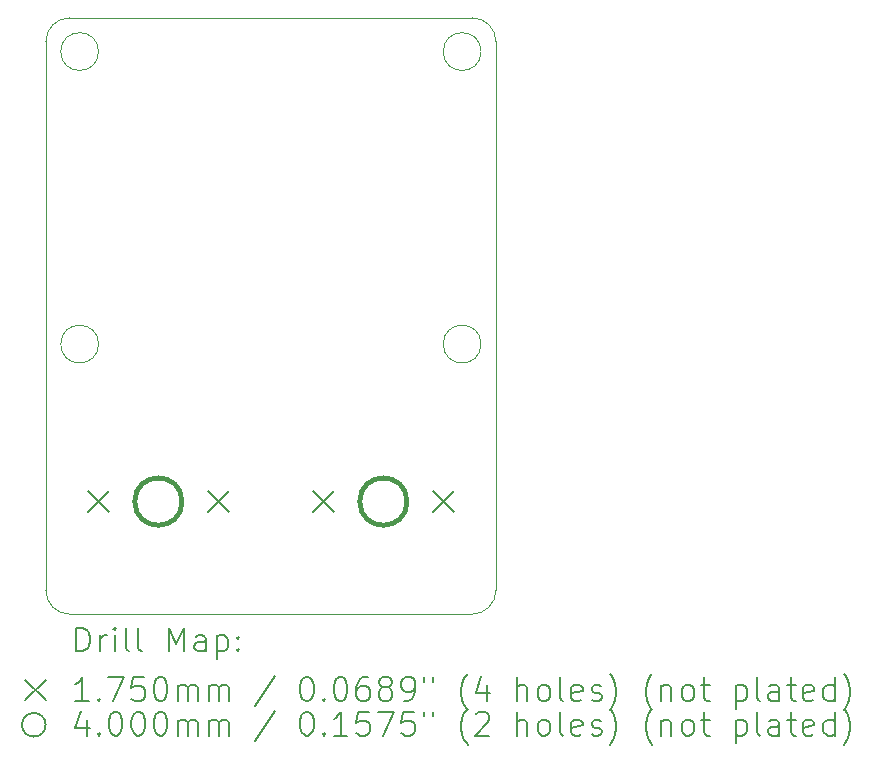
<source format=gbr>
%TF.GenerationSoftware,KiCad,Pcbnew,8.0.7*%
%TF.CreationDate,2024-12-28T18:40:59+08:00*%
%TF.ProjectId,macroknob,6d616372-6f6b-46e6-9f62-2e6b69636164,rev?*%
%TF.SameCoordinates,Original*%
%TF.FileFunction,Drillmap*%
%TF.FilePolarity,Positive*%
%FSLAX45Y45*%
G04 Gerber Fmt 4.5, Leading zero omitted, Abs format (unit mm)*
G04 Created by KiCad (PCBNEW 8.0.7) date 2024-12-28 18:40:59*
%MOMM*%
%LPD*%
G01*
G04 APERTURE LIST*
%ADD10C,0.050000*%
%ADD11C,0.200000*%
%ADD12C,0.175000*%
%ADD13C,0.400000*%
G04 APERTURE END LIST*
D10*
X10034250Y-2413000D02*
G75*
G02*
X9714250Y-2413000I-160000J0D01*
G01*
X9714250Y-2413000D02*
G75*
G02*
X10034250Y-2413000I160000J0D01*
G01*
X10034250Y-4889500D02*
G75*
G02*
X9714250Y-4889500I-160000J0D01*
G01*
X9714250Y-4889500D02*
G75*
G02*
X10034250Y-4889500I160000J0D01*
G01*
X13272750Y-4889500D02*
G75*
G02*
X12952750Y-4889500I-160000J0D01*
G01*
X12952750Y-4889500D02*
G75*
G02*
X13272750Y-4889500I160000J0D01*
G01*
X13272750Y-2413000D02*
G75*
G02*
X12952750Y-2413000I-160000J0D01*
G01*
X12952750Y-2413000D02*
G75*
G02*
X13272750Y-2413000I160000J0D01*
G01*
X13398500Y-6975500D02*
G75*
G02*
X13198500Y-7175500I-200000J0D01*
G01*
X9788500Y-7175500D02*
G75*
G02*
X9588500Y-6975500I0J200000D01*
G01*
X13198500Y-2127250D02*
G75*
G02*
X13398500Y-2327250I0J-200000D01*
G01*
X9588500Y-2327250D02*
G75*
G02*
X9788500Y-2127250I200000J0D01*
G01*
X13398500Y-2327250D02*
X13398500Y-6975500D01*
X13198500Y-7175500D02*
X9788500Y-7175500D01*
X9588500Y-6975500D02*
X9588500Y-2327250D01*
X9788500Y-2127250D02*
X13198500Y-2127250D01*
D11*
D12*
X9945500Y-6135500D02*
X10120500Y-6310500D01*
X10120500Y-6135500D02*
X9945500Y-6310500D01*
X10961500Y-6135500D02*
X11136500Y-6310500D01*
X11136500Y-6135500D02*
X10961500Y-6310500D01*
X11850500Y-6135500D02*
X12025500Y-6310500D01*
X12025500Y-6135500D02*
X11850500Y-6310500D01*
X12866500Y-6135500D02*
X13041500Y-6310500D01*
X13041500Y-6135500D02*
X12866500Y-6310500D01*
D13*
X10741000Y-6223000D02*
G75*
G02*
X10341000Y-6223000I-200000J0D01*
G01*
X10341000Y-6223000D02*
G75*
G02*
X10741000Y-6223000I200000J0D01*
G01*
X12646000Y-6223000D02*
G75*
G02*
X12246000Y-6223000I-200000J0D01*
G01*
X12246000Y-6223000D02*
G75*
G02*
X12646000Y-6223000I200000J0D01*
G01*
D11*
X9846777Y-7489484D02*
X9846777Y-7289484D01*
X9846777Y-7289484D02*
X9894396Y-7289484D01*
X9894396Y-7289484D02*
X9922967Y-7299008D01*
X9922967Y-7299008D02*
X9942015Y-7318055D01*
X9942015Y-7318055D02*
X9951539Y-7337103D01*
X9951539Y-7337103D02*
X9961063Y-7375198D01*
X9961063Y-7375198D02*
X9961063Y-7403769D01*
X9961063Y-7403769D02*
X9951539Y-7441865D01*
X9951539Y-7441865D02*
X9942015Y-7460912D01*
X9942015Y-7460912D02*
X9922967Y-7479960D01*
X9922967Y-7479960D02*
X9894396Y-7489484D01*
X9894396Y-7489484D02*
X9846777Y-7489484D01*
X10046777Y-7489484D02*
X10046777Y-7356150D01*
X10046777Y-7394246D02*
X10056301Y-7375198D01*
X10056301Y-7375198D02*
X10065824Y-7365674D01*
X10065824Y-7365674D02*
X10084872Y-7356150D01*
X10084872Y-7356150D02*
X10103920Y-7356150D01*
X10170586Y-7489484D02*
X10170586Y-7356150D01*
X10170586Y-7289484D02*
X10161063Y-7299008D01*
X10161063Y-7299008D02*
X10170586Y-7308531D01*
X10170586Y-7308531D02*
X10180110Y-7299008D01*
X10180110Y-7299008D02*
X10170586Y-7289484D01*
X10170586Y-7289484D02*
X10170586Y-7308531D01*
X10294396Y-7489484D02*
X10275348Y-7479960D01*
X10275348Y-7479960D02*
X10265824Y-7460912D01*
X10265824Y-7460912D02*
X10265824Y-7289484D01*
X10399158Y-7489484D02*
X10380110Y-7479960D01*
X10380110Y-7479960D02*
X10370586Y-7460912D01*
X10370586Y-7460912D02*
X10370586Y-7289484D01*
X10627729Y-7489484D02*
X10627729Y-7289484D01*
X10627729Y-7289484D02*
X10694396Y-7432341D01*
X10694396Y-7432341D02*
X10761063Y-7289484D01*
X10761063Y-7289484D02*
X10761063Y-7489484D01*
X10942015Y-7489484D02*
X10942015Y-7384722D01*
X10942015Y-7384722D02*
X10932491Y-7365674D01*
X10932491Y-7365674D02*
X10913444Y-7356150D01*
X10913444Y-7356150D02*
X10875348Y-7356150D01*
X10875348Y-7356150D02*
X10856301Y-7365674D01*
X10942015Y-7479960D02*
X10922967Y-7489484D01*
X10922967Y-7489484D02*
X10875348Y-7489484D01*
X10875348Y-7489484D02*
X10856301Y-7479960D01*
X10856301Y-7479960D02*
X10846777Y-7460912D01*
X10846777Y-7460912D02*
X10846777Y-7441865D01*
X10846777Y-7441865D02*
X10856301Y-7422817D01*
X10856301Y-7422817D02*
X10875348Y-7413293D01*
X10875348Y-7413293D02*
X10922967Y-7413293D01*
X10922967Y-7413293D02*
X10942015Y-7403769D01*
X11037253Y-7356150D02*
X11037253Y-7556150D01*
X11037253Y-7365674D02*
X11056301Y-7356150D01*
X11056301Y-7356150D02*
X11094396Y-7356150D01*
X11094396Y-7356150D02*
X11113444Y-7365674D01*
X11113444Y-7365674D02*
X11122967Y-7375198D01*
X11122967Y-7375198D02*
X11132491Y-7394246D01*
X11132491Y-7394246D02*
X11132491Y-7451388D01*
X11132491Y-7451388D02*
X11122967Y-7470436D01*
X11122967Y-7470436D02*
X11113444Y-7479960D01*
X11113444Y-7479960D02*
X11094396Y-7489484D01*
X11094396Y-7489484D02*
X11056301Y-7489484D01*
X11056301Y-7489484D02*
X11037253Y-7479960D01*
X11218205Y-7470436D02*
X11227729Y-7479960D01*
X11227729Y-7479960D02*
X11218205Y-7489484D01*
X11218205Y-7489484D02*
X11208682Y-7479960D01*
X11208682Y-7479960D02*
X11218205Y-7470436D01*
X11218205Y-7470436D02*
X11218205Y-7489484D01*
X11218205Y-7365674D02*
X11227729Y-7375198D01*
X11227729Y-7375198D02*
X11218205Y-7384722D01*
X11218205Y-7384722D02*
X11208682Y-7375198D01*
X11208682Y-7375198D02*
X11218205Y-7365674D01*
X11218205Y-7365674D02*
X11218205Y-7384722D01*
D12*
X9411000Y-7730500D02*
X9586000Y-7905500D01*
X9586000Y-7730500D02*
X9411000Y-7905500D01*
D11*
X9951539Y-7909484D02*
X9837253Y-7909484D01*
X9894396Y-7909484D02*
X9894396Y-7709484D01*
X9894396Y-7709484D02*
X9875348Y-7738055D01*
X9875348Y-7738055D02*
X9856301Y-7757103D01*
X9856301Y-7757103D02*
X9837253Y-7766627D01*
X10037253Y-7890436D02*
X10046777Y-7899960D01*
X10046777Y-7899960D02*
X10037253Y-7909484D01*
X10037253Y-7909484D02*
X10027729Y-7899960D01*
X10027729Y-7899960D02*
X10037253Y-7890436D01*
X10037253Y-7890436D02*
X10037253Y-7909484D01*
X10113444Y-7709484D02*
X10246777Y-7709484D01*
X10246777Y-7709484D02*
X10161063Y-7909484D01*
X10418205Y-7709484D02*
X10322967Y-7709484D01*
X10322967Y-7709484D02*
X10313444Y-7804722D01*
X10313444Y-7804722D02*
X10322967Y-7795198D01*
X10322967Y-7795198D02*
X10342015Y-7785674D01*
X10342015Y-7785674D02*
X10389634Y-7785674D01*
X10389634Y-7785674D02*
X10408682Y-7795198D01*
X10408682Y-7795198D02*
X10418205Y-7804722D01*
X10418205Y-7804722D02*
X10427729Y-7823769D01*
X10427729Y-7823769D02*
X10427729Y-7871388D01*
X10427729Y-7871388D02*
X10418205Y-7890436D01*
X10418205Y-7890436D02*
X10408682Y-7899960D01*
X10408682Y-7899960D02*
X10389634Y-7909484D01*
X10389634Y-7909484D02*
X10342015Y-7909484D01*
X10342015Y-7909484D02*
X10322967Y-7899960D01*
X10322967Y-7899960D02*
X10313444Y-7890436D01*
X10551539Y-7709484D02*
X10570586Y-7709484D01*
X10570586Y-7709484D02*
X10589634Y-7719008D01*
X10589634Y-7719008D02*
X10599158Y-7728531D01*
X10599158Y-7728531D02*
X10608682Y-7747579D01*
X10608682Y-7747579D02*
X10618205Y-7785674D01*
X10618205Y-7785674D02*
X10618205Y-7833293D01*
X10618205Y-7833293D02*
X10608682Y-7871388D01*
X10608682Y-7871388D02*
X10599158Y-7890436D01*
X10599158Y-7890436D02*
X10589634Y-7899960D01*
X10589634Y-7899960D02*
X10570586Y-7909484D01*
X10570586Y-7909484D02*
X10551539Y-7909484D01*
X10551539Y-7909484D02*
X10532491Y-7899960D01*
X10532491Y-7899960D02*
X10522967Y-7890436D01*
X10522967Y-7890436D02*
X10513444Y-7871388D01*
X10513444Y-7871388D02*
X10503920Y-7833293D01*
X10503920Y-7833293D02*
X10503920Y-7785674D01*
X10503920Y-7785674D02*
X10513444Y-7747579D01*
X10513444Y-7747579D02*
X10522967Y-7728531D01*
X10522967Y-7728531D02*
X10532491Y-7719008D01*
X10532491Y-7719008D02*
X10551539Y-7709484D01*
X10703920Y-7909484D02*
X10703920Y-7776150D01*
X10703920Y-7795198D02*
X10713444Y-7785674D01*
X10713444Y-7785674D02*
X10732491Y-7776150D01*
X10732491Y-7776150D02*
X10761063Y-7776150D01*
X10761063Y-7776150D02*
X10780110Y-7785674D01*
X10780110Y-7785674D02*
X10789634Y-7804722D01*
X10789634Y-7804722D02*
X10789634Y-7909484D01*
X10789634Y-7804722D02*
X10799158Y-7785674D01*
X10799158Y-7785674D02*
X10818205Y-7776150D01*
X10818205Y-7776150D02*
X10846777Y-7776150D01*
X10846777Y-7776150D02*
X10865825Y-7785674D01*
X10865825Y-7785674D02*
X10875348Y-7804722D01*
X10875348Y-7804722D02*
X10875348Y-7909484D01*
X10970586Y-7909484D02*
X10970586Y-7776150D01*
X10970586Y-7795198D02*
X10980110Y-7785674D01*
X10980110Y-7785674D02*
X10999158Y-7776150D01*
X10999158Y-7776150D02*
X11027729Y-7776150D01*
X11027729Y-7776150D02*
X11046777Y-7785674D01*
X11046777Y-7785674D02*
X11056301Y-7804722D01*
X11056301Y-7804722D02*
X11056301Y-7909484D01*
X11056301Y-7804722D02*
X11065825Y-7785674D01*
X11065825Y-7785674D02*
X11084872Y-7776150D01*
X11084872Y-7776150D02*
X11113444Y-7776150D01*
X11113444Y-7776150D02*
X11132491Y-7785674D01*
X11132491Y-7785674D02*
X11142015Y-7804722D01*
X11142015Y-7804722D02*
X11142015Y-7909484D01*
X11532491Y-7699960D02*
X11361063Y-7957103D01*
X11789634Y-7709484D02*
X11808682Y-7709484D01*
X11808682Y-7709484D02*
X11827729Y-7719008D01*
X11827729Y-7719008D02*
X11837253Y-7728531D01*
X11837253Y-7728531D02*
X11846777Y-7747579D01*
X11846777Y-7747579D02*
X11856301Y-7785674D01*
X11856301Y-7785674D02*
X11856301Y-7833293D01*
X11856301Y-7833293D02*
X11846777Y-7871388D01*
X11846777Y-7871388D02*
X11837253Y-7890436D01*
X11837253Y-7890436D02*
X11827729Y-7899960D01*
X11827729Y-7899960D02*
X11808682Y-7909484D01*
X11808682Y-7909484D02*
X11789634Y-7909484D01*
X11789634Y-7909484D02*
X11770586Y-7899960D01*
X11770586Y-7899960D02*
X11761063Y-7890436D01*
X11761063Y-7890436D02*
X11751539Y-7871388D01*
X11751539Y-7871388D02*
X11742015Y-7833293D01*
X11742015Y-7833293D02*
X11742015Y-7785674D01*
X11742015Y-7785674D02*
X11751539Y-7747579D01*
X11751539Y-7747579D02*
X11761063Y-7728531D01*
X11761063Y-7728531D02*
X11770586Y-7719008D01*
X11770586Y-7719008D02*
X11789634Y-7709484D01*
X11942015Y-7890436D02*
X11951539Y-7899960D01*
X11951539Y-7899960D02*
X11942015Y-7909484D01*
X11942015Y-7909484D02*
X11932491Y-7899960D01*
X11932491Y-7899960D02*
X11942015Y-7890436D01*
X11942015Y-7890436D02*
X11942015Y-7909484D01*
X12075348Y-7709484D02*
X12094396Y-7709484D01*
X12094396Y-7709484D02*
X12113444Y-7719008D01*
X12113444Y-7719008D02*
X12122967Y-7728531D01*
X12122967Y-7728531D02*
X12132491Y-7747579D01*
X12132491Y-7747579D02*
X12142015Y-7785674D01*
X12142015Y-7785674D02*
X12142015Y-7833293D01*
X12142015Y-7833293D02*
X12132491Y-7871388D01*
X12132491Y-7871388D02*
X12122967Y-7890436D01*
X12122967Y-7890436D02*
X12113444Y-7899960D01*
X12113444Y-7899960D02*
X12094396Y-7909484D01*
X12094396Y-7909484D02*
X12075348Y-7909484D01*
X12075348Y-7909484D02*
X12056301Y-7899960D01*
X12056301Y-7899960D02*
X12046777Y-7890436D01*
X12046777Y-7890436D02*
X12037253Y-7871388D01*
X12037253Y-7871388D02*
X12027729Y-7833293D01*
X12027729Y-7833293D02*
X12027729Y-7785674D01*
X12027729Y-7785674D02*
X12037253Y-7747579D01*
X12037253Y-7747579D02*
X12046777Y-7728531D01*
X12046777Y-7728531D02*
X12056301Y-7719008D01*
X12056301Y-7719008D02*
X12075348Y-7709484D01*
X12313444Y-7709484D02*
X12275348Y-7709484D01*
X12275348Y-7709484D02*
X12256301Y-7719008D01*
X12256301Y-7719008D02*
X12246777Y-7728531D01*
X12246777Y-7728531D02*
X12227729Y-7757103D01*
X12227729Y-7757103D02*
X12218206Y-7795198D01*
X12218206Y-7795198D02*
X12218206Y-7871388D01*
X12218206Y-7871388D02*
X12227729Y-7890436D01*
X12227729Y-7890436D02*
X12237253Y-7899960D01*
X12237253Y-7899960D02*
X12256301Y-7909484D01*
X12256301Y-7909484D02*
X12294396Y-7909484D01*
X12294396Y-7909484D02*
X12313444Y-7899960D01*
X12313444Y-7899960D02*
X12322967Y-7890436D01*
X12322967Y-7890436D02*
X12332491Y-7871388D01*
X12332491Y-7871388D02*
X12332491Y-7823769D01*
X12332491Y-7823769D02*
X12322967Y-7804722D01*
X12322967Y-7804722D02*
X12313444Y-7795198D01*
X12313444Y-7795198D02*
X12294396Y-7785674D01*
X12294396Y-7785674D02*
X12256301Y-7785674D01*
X12256301Y-7785674D02*
X12237253Y-7795198D01*
X12237253Y-7795198D02*
X12227729Y-7804722D01*
X12227729Y-7804722D02*
X12218206Y-7823769D01*
X12446777Y-7795198D02*
X12427729Y-7785674D01*
X12427729Y-7785674D02*
X12418206Y-7776150D01*
X12418206Y-7776150D02*
X12408682Y-7757103D01*
X12408682Y-7757103D02*
X12408682Y-7747579D01*
X12408682Y-7747579D02*
X12418206Y-7728531D01*
X12418206Y-7728531D02*
X12427729Y-7719008D01*
X12427729Y-7719008D02*
X12446777Y-7709484D01*
X12446777Y-7709484D02*
X12484872Y-7709484D01*
X12484872Y-7709484D02*
X12503920Y-7719008D01*
X12503920Y-7719008D02*
X12513444Y-7728531D01*
X12513444Y-7728531D02*
X12522967Y-7747579D01*
X12522967Y-7747579D02*
X12522967Y-7757103D01*
X12522967Y-7757103D02*
X12513444Y-7776150D01*
X12513444Y-7776150D02*
X12503920Y-7785674D01*
X12503920Y-7785674D02*
X12484872Y-7795198D01*
X12484872Y-7795198D02*
X12446777Y-7795198D01*
X12446777Y-7795198D02*
X12427729Y-7804722D01*
X12427729Y-7804722D02*
X12418206Y-7814246D01*
X12418206Y-7814246D02*
X12408682Y-7833293D01*
X12408682Y-7833293D02*
X12408682Y-7871388D01*
X12408682Y-7871388D02*
X12418206Y-7890436D01*
X12418206Y-7890436D02*
X12427729Y-7899960D01*
X12427729Y-7899960D02*
X12446777Y-7909484D01*
X12446777Y-7909484D02*
X12484872Y-7909484D01*
X12484872Y-7909484D02*
X12503920Y-7899960D01*
X12503920Y-7899960D02*
X12513444Y-7890436D01*
X12513444Y-7890436D02*
X12522967Y-7871388D01*
X12522967Y-7871388D02*
X12522967Y-7833293D01*
X12522967Y-7833293D02*
X12513444Y-7814246D01*
X12513444Y-7814246D02*
X12503920Y-7804722D01*
X12503920Y-7804722D02*
X12484872Y-7795198D01*
X12618206Y-7909484D02*
X12656301Y-7909484D01*
X12656301Y-7909484D02*
X12675348Y-7899960D01*
X12675348Y-7899960D02*
X12684872Y-7890436D01*
X12684872Y-7890436D02*
X12703920Y-7861865D01*
X12703920Y-7861865D02*
X12713444Y-7823769D01*
X12713444Y-7823769D02*
X12713444Y-7747579D01*
X12713444Y-7747579D02*
X12703920Y-7728531D01*
X12703920Y-7728531D02*
X12694396Y-7719008D01*
X12694396Y-7719008D02*
X12675348Y-7709484D01*
X12675348Y-7709484D02*
X12637253Y-7709484D01*
X12637253Y-7709484D02*
X12618206Y-7719008D01*
X12618206Y-7719008D02*
X12608682Y-7728531D01*
X12608682Y-7728531D02*
X12599158Y-7747579D01*
X12599158Y-7747579D02*
X12599158Y-7795198D01*
X12599158Y-7795198D02*
X12608682Y-7814246D01*
X12608682Y-7814246D02*
X12618206Y-7823769D01*
X12618206Y-7823769D02*
X12637253Y-7833293D01*
X12637253Y-7833293D02*
X12675348Y-7833293D01*
X12675348Y-7833293D02*
X12694396Y-7823769D01*
X12694396Y-7823769D02*
X12703920Y-7814246D01*
X12703920Y-7814246D02*
X12713444Y-7795198D01*
X12789634Y-7709484D02*
X12789634Y-7747579D01*
X12865825Y-7709484D02*
X12865825Y-7747579D01*
X13161063Y-7985674D02*
X13151539Y-7976150D01*
X13151539Y-7976150D02*
X13132491Y-7947579D01*
X13132491Y-7947579D02*
X13122968Y-7928531D01*
X13122968Y-7928531D02*
X13113444Y-7899960D01*
X13113444Y-7899960D02*
X13103920Y-7852341D01*
X13103920Y-7852341D02*
X13103920Y-7814246D01*
X13103920Y-7814246D02*
X13113444Y-7766627D01*
X13113444Y-7766627D02*
X13122968Y-7738055D01*
X13122968Y-7738055D02*
X13132491Y-7719008D01*
X13132491Y-7719008D02*
X13151539Y-7690436D01*
X13151539Y-7690436D02*
X13161063Y-7680912D01*
X13322968Y-7776150D02*
X13322968Y-7909484D01*
X13275348Y-7699960D02*
X13227729Y-7842817D01*
X13227729Y-7842817D02*
X13351539Y-7842817D01*
X13580110Y-7909484D02*
X13580110Y-7709484D01*
X13665825Y-7909484D02*
X13665825Y-7804722D01*
X13665825Y-7804722D02*
X13656301Y-7785674D01*
X13656301Y-7785674D02*
X13637253Y-7776150D01*
X13637253Y-7776150D02*
X13608682Y-7776150D01*
X13608682Y-7776150D02*
X13589634Y-7785674D01*
X13589634Y-7785674D02*
X13580110Y-7795198D01*
X13789634Y-7909484D02*
X13770587Y-7899960D01*
X13770587Y-7899960D02*
X13761063Y-7890436D01*
X13761063Y-7890436D02*
X13751539Y-7871388D01*
X13751539Y-7871388D02*
X13751539Y-7814246D01*
X13751539Y-7814246D02*
X13761063Y-7795198D01*
X13761063Y-7795198D02*
X13770587Y-7785674D01*
X13770587Y-7785674D02*
X13789634Y-7776150D01*
X13789634Y-7776150D02*
X13818206Y-7776150D01*
X13818206Y-7776150D02*
X13837253Y-7785674D01*
X13837253Y-7785674D02*
X13846777Y-7795198D01*
X13846777Y-7795198D02*
X13856301Y-7814246D01*
X13856301Y-7814246D02*
X13856301Y-7871388D01*
X13856301Y-7871388D02*
X13846777Y-7890436D01*
X13846777Y-7890436D02*
X13837253Y-7899960D01*
X13837253Y-7899960D02*
X13818206Y-7909484D01*
X13818206Y-7909484D02*
X13789634Y-7909484D01*
X13970587Y-7909484D02*
X13951539Y-7899960D01*
X13951539Y-7899960D02*
X13942015Y-7880912D01*
X13942015Y-7880912D02*
X13942015Y-7709484D01*
X14122968Y-7899960D02*
X14103920Y-7909484D01*
X14103920Y-7909484D02*
X14065825Y-7909484D01*
X14065825Y-7909484D02*
X14046777Y-7899960D01*
X14046777Y-7899960D02*
X14037253Y-7880912D01*
X14037253Y-7880912D02*
X14037253Y-7804722D01*
X14037253Y-7804722D02*
X14046777Y-7785674D01*
X14046777Y-7785674D02*
X14065825Y-7776150D01*
X14065825Y-7776150D02*
X14103920Y-7776150D01*
X14103920Y-7776150D02*
X14122968Y-7785674D01*
X14122968Y-7785674D02*
X14132491Y-7804722D01*
X14132491Y-7804722D02*
X14132491Y-7823769D01*
X14132491Y-7823769D02*
X14037253Y-7842817D01*
X14208682Y-7899960D02*
X14227730Y-7909484D01*
X14227730Y-7909484D02*
X14265825Y-7909484D01*
X14265825Y-7909484D02*
X14284872Y-7899960D01*
X14284872Y-7899960D02*
X14294396Y-7880912D01*
X14294396Y-7880912D02*
X14294396Y-7871388D01*
X14294396Y-7871388D02*
X14284872Y-7852341D01*
X14284872Y-7852341D02*
X14265825Y-7842817D01*
X14265825Y-7842817D02*
X14237253Y-7842817D01*
X14237253Y-7842817D02*
X14218206Y-7833293D01*
X14218206Y-7833293D02*
X14208682Y-7814246D01*
X14208682Y-7814246D02*
X14208682Y-7804722D01*
X14208682Y-7804722D02*
X14218206Y-7785674D01*
X14218206Y-7785674D02*
X14237253Y-7776150D01*
X14237253Y-7776150D02*
X14265825Y-7776150D01*
X14265825Y-7776150D02*
X14284872Y-7785674D01*
X14361063Y-7985674D02*
X14370587Y-7976150D01*
X14370587Y-7976150D02*
X14389634Y-7947579D01*
X14389634Y-7947579D02*
X14399158Y-7928531D01*
X14399158Y-7928531D02*
X14408682Y-7899960D01*
X14408682Y-7899960D02*
X14418206Y-7852341D01*
X14418206Y-7852341D02*
X14418206Y-7814246D01*
X14418206Y-7814246D02*
X14408682Y-7766627D01*
X14408682Y-7766627D02*
X14399158Y-7738055D01*
X14399158Y-7738055D02*
X14389634Y-7719008D01*
X14389634Y-7719008D02*
X14370587Y-7690436D01*
X14370587Y-7690436D02*
X14361063Y-7680912D01*
X14722968Y-7985674D02*
X14713444Y-7976150D01*
X14713444Y-7976150D02*
X14694396Y-7947579D01*
X14694396Y-7947579D02*
X14684872Y-7928531D01*
X14684872Y-7928531D02*
X14675349Y-7899960D01*
X14675349Y-7899960D02*
X14665825Y-7852341D01*
X14665825Y-7852341D02*
X14665825Y-7814246D01*
X14665825Y-7814246D02*
X14675349Y-7766627D01*
X14675349Y-7766627D02*
X14684872Y-7738055D01*
X14684872Y-7738055D02*
X14694396Y-7719008D01*
X14694396Y-7719008D02*
X14713444Y-7690436D01*
X14713444Y-7690436D02*
X14722968Y-7680912D01*
X14799158Y-7776150D02*
X14799158Y-7909484D01*
X14799158Y-7795198D02*
X14808682Y-7785674D01*
X14808682Y-7785674D02*
X14827730Y-7776150D01*
X14827730Y-7776150D02*
X14856301Y-7776150D01*
X14856301Y-7776150D02*
X14875349Y-7785674D01*
X14875349Y-7785674D02*
X14884872Y-7804722D01*
X14884872Y-7804722D02*
X14884872Y-7909484D01*
X15008682Y-7909484D02*
X14989634Y-7899960D01*
X14989634Y-7899960D02*
X14980111Y-7890436D01*
X14980111Y-7890436D02*
X14970587Y-7871388D01*
X14970587Y-7871388D02*
X14970587Y-7814246D01*
X14970587Y-7814246D02*
X14980111Y-7795198D01*
X14980111Y-7795198D02*
X14989634Y-7785674D01*
X14989634Y-7785674D02*
X15008682Y-7776150D01*
X15008682Y-7776150D02*
X15037253Y-7776150D01*
X15037253Y-7776150D02*
X15056301Y-7785674D01*
X15056301Y-7785674D02*
X15065825Y-7795198D01*
X15065825Y-7795198D02*
X15075349Y-7814246D01*
X15075349Y-7814246D02*
X15075349Y-7871388D01*
X15075349Y-7871388D02*
X15065825Y-7890436D01*
X15065825Y-7890436D02*
X15056301Y-7899960D01*
X15056301Y-7899960D02*
X15037253Y-7909484D01*
X15037253Y-7909484D02*
X15008682Y-7909484D01*
X15132492Y-7776150D02*
X15208682Y-7776150D01*
X15161063Y-7709484D02*
X15161063Y-7880912D01*
X15161063Y-7880912D02*
X15170587Y-7899960D01*
X15170587Y-7899960D02*
X15189634Y-7909484D01*
X15189634Y-7909484D02*
X15208682Y-7909484D01*
X15427730Y-7776150D02*
X15427730Y-7976150D01*
X15427730Y-7785674D02*
X15446777Y-7776150D01*
X15446777Y-7776150D02*
X15484873Y-7776150D01*
X15484873Y-7776150D02*
X15503920Y-7785674D01*
X15503920Y-7785674D02*
X15513444Y-7795198D01*
X15513444Y-7795198D02*
X15522968Y-7814246D01*
X15522968Y-7814246D02*
X15522968Y-7871388D01*
X15522968Y-7871388D02*
X15513444Y-7890436D01*
X15513444Y-7890436D02*
X15503920Y-7899960D01*
X15503920Y-7899960D02*
X15484873Y-7909484D01*
X15484873Y-7909484D02*
X15446777Y-7909484D01*
X15446777Y-7909484D02*
X15427730Y-7899960D01*
X15637253Y-7909484D02*
X15618206Y-7899960D01*
X15618206Y-7899960D02*
X15608682Y-7880912D01*
X15608682Y-7880912D02*
X15608682Y-7709484D01*
X15799158Y-7909484D02*
X15799158Y-7804722D01*
X15799158Y-7804722D02*
X15789634Y-7785674D01*
X15789634Y-7785674D02*
X15770587Y-7776150D01*
X15770587Y-7776150D02*
X15732492Y-7776150D01*
X15732492Y-7776150D02*
X15713444Y-7785674D01*
X15799158Y-7899960D02*
X15780111Y-7909484D01*
X15780111Y-7909484D02*
X15732492Y-7909484D01*
X15732492Y-7909484D02*
X15713444Y-7899960D01*
X15713444Y-7899960D02*
X15703920Y-7880912D01*
X15703920Y-7880912D02*
X15703920Y-7861865D01*
X15703920Y-7861865D02*
X15713444Y-7842817D01*
X15713444Y-7842817D02*
X15732492Y-7833293D01*
X15732492Y-7833293D02*
X15780111Y-7833293D01*
X15780111Y-7833293D02*
X15799158Y-7823769D01*
X15865825Y-7776150D02*
X15942015Y-7776150D01*
X15894396Y-7709484D02*
X15894396Y-7880912D01*
X15894396Y-7880912D02*
X15903920Y-7899960D01*
X15903920Y-7899960D02*
X15922968Y-7909484D01*
X15922968Y-7909484D02*
X15942015Y-7909484D01*
X16084873Y-7899960D02*
X16065825Y-7909484D01*
X16065825Y-7909484D02*
X16027730Y-7909484D01*
X16027730Y-7909484D02*
X16008682Y-7899960D01*
X16008682Y-7899960D02*
X15999158Y-7880912D01*
X15999158Y-7880912D02*
X15999158Y-7804722D01*
X15999158Y-7804722D02*
X16008682Y-7785674D01*
X16008682Y-7785674D02*
X16027730Y-7776150D01*
X16027730Y-7776150D02*
X16065825Y-7776150D01*
X16065825Y-7776150D02*
X16084873Y-7785674D01*
X16084873Y-7785674D02*
X16094396Y-7804722D01*
X16094396Y-7804722D02*
X16094396Y-7823769D01*
X16094396Y-7823769D02*
X15999158Y-7842817D01*
X16265825Y-7909484D02*
X16265825Y-7709484D01*
X16265825Y-7899960D02*
X16246777Y-7909484D01*
X16246777Y-7909484D02*
X16208682Y-7909484D01*
X16208682Y-7909484D02*
X16189634Y-7899960D01*
X16189634Y-7899960D02*
X16180111Y-7890436D01*
X16180111Y-7890436D02*
X16170587Y-7871388D01*
X16170587Y-7871388D02*
X16170587Y-7814246D01*
X16170587Y-7814246D02*
X16180111Y-7795198D01*
X16180111Y-7795198D02*
X16189634Y-7785674D01*
X16189634Y-7785674D02*
X16208682Y-7776150D01*
X16208682Y-7776150D02*
X16246777Y-7776150D01*
X16246777Y-7776150D02*
X16265825Y-7785674D01*
X16342015Y-7985674D02*
X16351539Y-7976150D01*
X16351539Y-7976150D02*
X16370587Y-7947579D01*
X16370587Y-7947579D02*
X16380111Y-7928531D01*
X16380111Y-7928531D02*
X16389634Y-7899960D01*
X16389634Y-7899960D02*
X16399158Y-7852341D01*
X16399158Y-7852341D02*
X16399158Y-7814246D01*
X16399158Y-7814246D02*
X16389634Y-7766627D01*
X16389634Y-7766627D02*
X16380111Y-7738055D01*
X16380111Y-7738055D02*
X16370587Y-7719008D01*
X16370587Y-7719008D02*
X16351539Y-7690436D01*
X16351539Y-7690436D02*
X16342015Y-7680912D01*
X9586000Y-8113000D02*
G75*
G02*
X9386000Y-8113000I-100000J0D01*
G01*
X9386000Y-8113000D02*
G75*
G02*
X9586000Y-8113000I100000J0D01*
G01*
X9932491Y-8071150D02*
X9932491Y-8204484D01*
X9884872Y-7994960D02*
X9837253Y-8137817D01*
X9837253Y-8137817D02*
X9961063Y-8137817D01*
X10037253Y-8185436D02*
X10046777Y-8194960D01*
X10046777Y-8194960D02*
X10037253Y-8204484D01*
X10037253Y-8204484D02*
X10027729Y-8194960D01*
X10027729Y-8194960D02*
X10037253Y-8185436D01*
X10037253Y-8185436D02*
X10037253Y-8204484D01*
X10170586Y-8004484D02*
X10189634Y-8004484D01*
X10189634Y-8004484D02*
X10208682Y-8014008D01*
X10208682Y-8014008D02*
X10218205Y-8023531D01*
X10218205Y-8023531D02*
X10227729Y-8042579D01*
X10227729Y-8042579D02*
X10237253Y-8080674D01*
X10237253Y-8080674D02*
X10237253Y-8128293D01*
X10237253Y-8128293D02*
X10227729Y-8166388D01*
X10227729Y-8166388D02*
X10218205Y-8185436D01*
X10218205Y-8185436D02*
X10208682Y-8194960D01*
X10208682Y-8194960D02*
X10189634Y-8204484D01*
X10189634Y-8204484D02*
X10170586Y-8204484D01*
X10170586Y-8204484D02*
X10151539Y-8194960D01*
X10151539Y-8194960D02*
X10142015Y-8185436D01*
X10142015Y-8185436D02*
X10132491Y-8166388D01*
X10132491Y-8166388D02*
X10122967Y-8128293D01*
X10122967Y-8128293D02*
X10122967Y-8080674D01*
X10122967Y-8080674D02*
X10132491Y-8042579D01*
X10132491Y-8042579D02*
X10142015Y-8023531D01*
X10142015Y-8023531D02*
X10151539Y-8014008D01*
X10151539Y-8014008D02*
X10170586Y-8004484D01*
X10361063Y-8004484D02*
X10380110Y-8004484D01*
X10380110Y-8004484D02*
X10399158Y-8014008D01*
X10399158Y-8014008D02*
X10408682Y-8023531D01*
X10408682Y-8023531D02*
X10418205Y-8042579D01*
X10418205Y-8042579D02*
X10427729Y-8080674D01*
X10427729Y-8080674D02*
X10427729Y-8128293D01*
X10427729Y-8128293D02*
X10418205Y-8166388D01*
X10418205Y-8166388D02*
X10408682Y-8185436D01*
X10408682Y-8185436D02*
X10399158Y-8194960D01*
X10399158Y-8194960D02*
X10380110Y-8204484D01*
X10380110Y-8204484D02*
X10361063Y-8204484D01*
X10361063Y-8204484D02*
X10342015Y-8194960D01*
X10342015Y-8194960D02*
X10332491Y-8185436D01*
X10332491Y-8185436D02*
X10322967Y-8166388D01*
X10322967Y-8166388D02*
X10313444Y-8128293D01*
X10313444Y-8128293D02*
X10313444Y-8080674D01*
X10313444Y-8080674D02*
X10322967Y-8042579D01*
X10322967Y-8042579D02*
X10332491Y-8023531D01*
X10332491Y-8023531D02*
X10342015Y-8014008D01*
X10342015Y-8014008D02*
X10361063Y-8004484D01*
X10551539Y-8004484D02*
X10570586Y-8004484D01*
X10570586Y-8004484D02*
X10589634Y-8014008D01*
X10589634Y-8014008D02*
X10599158Y-8023531D01*
X10599158Y-8023531D02*
X10608682Y-8042579D01*
X10608682Y-8042579D02*
X10618205Y-8080674D01*
X10618205Y-8080674D02*
X10618205Y-8128293D01*
X10618205Y-8128293D02*
X10608682Y-8166388D01*
X10608682Y-8166388D02*
X10599158Y-8185436D01*
X10599158Y-8185436D02*
X10589634Y-8194960D01*
X10589634Y-8194960D02*
X10570586Y-8204484D01*
X10570586Y-8204484D02*
X10551539Y-8204484D01*
X10551539Y-8204484D02*
X10532491Y-8194960D01*
X10532491Y-8194960D02*
X10522967Y-8185436D01*
X10522967Y-8185436D02*
X10513444Y-8166388D01*
X10513444Y-8166388D02*
X10503920Y-8128293D01*
X10503920Y-8128293D02*
X10503920Y-8080674D01*
X10503920Y-8080674D02*
X10513444Y-8042579D01*
X10513444Y-8042579D02*
X10522967Y-8023531D01*
X10522967Y-8023531D02*
X10532491Y-8014008D01*
X10532491Y-8014008D02*
X10551539Y-8004484D01*
X10703920Y-8204484D02*
X10703920Y-8071150D01*
X10703920Y-8090198D02*
X10713444Y-8080674D01*
X10713444Y-8080674D02*
X10732491Y-8071150D01*
X10732491Y-8071150D02*
X10761063Y-8071150D01*
X10761063Y-8071150D02*
X10780110Y-8080674D01*
X10780110Y-8080674D02*
X10789634Y-8099722D01*
X10789634Y-8099722D02*
X10789634Y-8204484D01*
X10789634Y-8099722D02*
X10799158Y-8080674D01*
X10799158Y-8080674D02*
X10818205Y-8071150D01*
X10818205Y-8071150D02*
X10846777Y-8071150D01*
X10846777Y-8071150D02*
X10865825Y-8080674D01*
X10865825Y-8080674D02*
X10875348Y-8099722D01*
X10875348Y-8099722D02*
X10875348Y-8204484D01*
X10970586Y-8204484D02*
X10970586Y-8071150D01*
X10970586Y-8090198D02*
X10980110Y-8080674D01*
X10980110Y-8080674D02*
X10999158Y-8071150D01*
X10999158Y-8071150D02*
X11027729Y-8071150D01*
X11027729Y-8071150D02*
X11046777Y-8080674D01*
X11046777Y-8080674D02*
X11056301Y-8099722D01*
X11056301Y-8099722D02*
X11056301Y-8204484D01*
X11056301Y-8099722D02*
X11065825Y-8080674D01*
X11065825Y-8080674D02*
X11084872Y-8071150D01*
X11084872Y-8071150D02*
X11113444Y-8071150D01*
X11113444Y-8071150D02*
X11132491Y-8080674D01*
X11132491Y-8080674D02*
X11142015Y-8099722D01*
X11142015Y-8099722D02*
X11142015Y-8204484D01*
X11532491Y-7994960D02*
X11361063Y-8252103D01*
X11789634Y-8004484D02*
X11808682Y-8004484D01*
X11808682Y-8004484D02*
X11827729Y-8014008D01*
X11827729Y-8014008D02*
X11837253Y-8023531D01*
X11837253Y-8023531D02*
X11846777Y-8042579D01*
X11846777Y-8042579D02*
X11856301Y-8080674D01*
X11856301Y-8080674D02*
X11856301Y-8128293D01*
X11856301Y-8128293D02*
X11846777Y-8166388D01*
X11846777Y-8166388D02*
X11837253Y-8185436D01*
X11837253Y-8185436D02*
X11827729Y-8194960D01*
X11827729Y-8194960D02*
X11808682Y-8204484D01*
X11808682Y-8204484D02*
X11789634Y-8204484D01*
X11789634Y-8204484D02*
X11770586Y-8194960D01*
X11770586Y-8194960D02*
X11761063Y-8185436D01*
X11761063Y-8185436D02*
X11751539Y-8166388D01*
X11751539Y-8166388D02*
X11742015Y-8128293D01*
X11742015Y-8128293D02*
X11742015Y-8080674D01*
X11742015Y-8080674D02*
X11751539Y-8042579D01*
X11751539Y-8042579D02*
X11761063Y-8023531D01*
X11761063Y-8023531D02*
X11770586Y-8014008D01*
X11770586Y-8014008D02*
X11789634Y-8004484D01*
X11942015Y-8185436D02*
X11951539Y-8194960D01*
X11951539Y-8194960D02*
X11942015Y-8204484D01*
X11942015Y-8204484D02*
X11932491Y-8194960D01*
X11932491Y-8194960D02*
X11942015Y-8185436D01*
X11942015Y-8185436D02*
X11942015Y-8204484D01*
X12142015Y-8204484D02*
X12027729Y-8204484D01*
X12084872Y-8204484D02*
X12084872Y-8004484D01*
X12084872Y-8004484D02*
X12065825Y-8033055D01*
X12065825Y-8033055D02*
X12046777Y-8052103D01*
X12046777Y-8052103D02*
X12027729Y-8061627D01*
X12322967Y-8004484D02*
X12227729Y-8004484D01*
X12227729Y-8004484D02*
X12218206Y-8099722D01*
X12218206Y-8099722D02*
X12227729Y-8090198D01*
X12227729Y-8090198D02*
X12246777Y-8080674D01*
X12246777Y-8080674D02*
X12294396Y-8080674D01*
X12294396Y-8080674D02*
X12313444Y-8090198D01*
X12313444Y-8090198D02*
X12322967Y-8099722D01*
X12322967Y-8099722D02*
X12332491Y-8118769D01*
X12332491Y-8118769D02*
X12332491Y-8166388D01*
X12332491Y-8166388D02*
X12322967Y-8185436D01*
X12322967Y-8185436D02*
X12313444Y-8194960D01*
X12313444Y-8194960D02*
X12294396Y-8204484D01*
X12294396Y-8204484D02*
X12246777Y-8204484D01*
X12246777Y-8204484D02*
X12227729Y-8194960D01*
X12227729Y-8194960D02*
X12218206Y-8185436D01*
X12399158Y-8004484D02*
X12532491Y-8004484D01*
X12532491Y-8004484D02*
X12446777Y-8204484D01*
X12703920Y-8004484D02*
X12608682Y-8004484D01*
X12608682Y-8004484D02*
X12599158Y-8099722D01*
X12599158Y-8099722D02*
X12608682Y-8090198D01*
X12608682Y-8090198D02*
X12627729Y-8080674D01*
X12627729Y-8080674D02*
X12675348Y-8080674D01*
X12675348Y-8080674D02*
X12694396Y-8090198D01*
X12694396Y-8090198D02*
X12703920Y-8099722D01*
X12703920Y-8099722D02*
X12713444Y-8118769D01*
X12713444Y-8118769D02*
X12713444Y-8166388D01*
X12713444Y-8166388D02*
X12703920Y-8185436D01*
X12703920Y-8185436D02*
X12694396Y-8194960D01*
X12694396Y-8194960D02*
X12675348Y-8204484D01*
X12675348Y-8204484D02*
X12627729Y-8204484D01*
X12627729Y-8204484D02*
X12608682Y-8194960D01*
X12608682Y-8194960D02*
X12599158Y-8185436D01*
X12789634Y-8004484D02*
X12789634Y-8042579D01*
X12865825Y-8004484D02*
X12865825Y-8042579D01*
X13161063Y-8280674D02*
X13151539Y-8271150D01*
X13151539Y-8271150D02*
X13132491Y-8242579D01*
X13132491Y-8242579D02*
X13122968Y-8223531D01*
X13122968Y-8223531D02*
X13113444Y-8194960D01*
X13113444Y-8194960D02*
X13103920Y-8147341D01*
X13103920Y-8147341D02*
X13103920Y-8109246D01*
X13103920Y-8109246D02*
X13113444Y-8061627D01*
X13113444Y-8061627D02*
X13122968Y-8033055D01*
X13122968Y-8033055D02*
X13132491Y-8014008D01*
X13132491Y-8014008D02*
X13151539Y-7985436D01*
X13151539Y-7985436D02*
X13161063Y-7975912D01*
X13227729Y-8023531D02*
X13237253Y-8014008D01*
X13237253Y-8014008D02*
X13256301Y-8004484D01*
X13256301Y-8004484D02*
X13303920Y-8004484D01*
X13303920Y-8004484D02*
X13322968Y-8014008D01*
X13322968Y-8014008D02*
X13332491Y-8023531D01*
X13332491Y-8023531D02*
X13342015Y-8042579D01*
X13342015Y-8042579D02*
X13342015Y-8061627D01*
X13342015Y-8061627D02*
X13332491Y-8090198D01*
X13332491Y-8090198D02*
X13218206Y-8204484D01*
X13218206Y-8204484D02*
X13342015Y-8204484D01*
X13580110Y-8204484D02*
X13580110Y-8004484D01*
X13665825Y-8204484D02*
X13665825Y-8099722D01*
X13665825Y-8099722D02*
X13656301Y-8080674D01*
X13656301Y-8080674D02*
X13637253Y-8071150D01*
X13637253Y-8071150D02*
X13608682Y-8071150D01*
X13608682Y-8071150D02*
X13589634Y-8080674D01*
X13589634Y-8080674D02*
X13580110Y-8090198D01*
X13789634Y-8204484D02*
X13770587Y-8194960D01*
X13770587Y-8194960D02*
X13761063Y-8185436D01*
X13761063Y-8185436D02*
X13751539Y-8166388D01*
X13751539Y-8166388D02*
X13751539Y-8109246D01*
X13751539Y-8109246D02*
X13761063Y-8090198D01*
X13761063Y-8090198D02*
X13770587Y-8080674D01*
X13770587Y-8080674D02*
X13789634Y-8071150D01*
X13789634Y-8071150D02*
X13818206Y-8071150D01*
X13818206Y-8071150D02*
X13837253Y-8080674D01*
X13837253Y-8080674D02*
X13846777Y-8090198D01*
X13846777Y-8090198D02*
X13856301Y-8109246D01*
X13856301Y-8109246D02*
X13856301Y-8166388D01*
X13856301Y-8166388D02*
X13846777Y-8185436D01*
X13846777Y-8185436D02*
X13837253Y-8194960D01*
X13837253Y-8194960D02*
X13818206Y-8204484D01*
X13818206Y-8204484D02*
X13789634Y-8204484D01*
X13970587Y-8204484D02*
X13951539Y-8194960D01*
X13951539Y-8194960D02*
X13942015Y-8175912D01*
X13942015Y-8175912D02*
X13942015Y-8004484D01*
X14122968Y-8194960D02*
X14103920Y-8204484D01*
X14103920Y-8204484D02*
X14065825Y-8204484D01*
X14065825Y-8204484D02*
X14046777Y-8194960D01*
X14046777Y-8194960D02*
X14037253Y-8175912D01*
X14037253Y-8175912D02*
X14037253Y-8099722D01*
X14037253Y-8099722D02*
X14046777Y-8080674D01*
X14046777Y-8080674D02*
X14065825Y-8071150D01*
X14065825Y-8071150D02*
X14103920Y-8071150D01*
X14103920Y-8071150D02*
X14122968Y-8080674D01*
X14122968Y-8080674D02*
X14132491Y-8099722D01*
X14132491Y-8099722D02*
X14132491Y-8118769D01*
X14132491Y-8118769D02*
X14037253Y-8137817D01*
X14208682Y-8194960D02*
X14227730Y-8204484D01*
X14227730Y-8204484D02*
X14265825Y-8204484D01*
X14265825Y-8204484D02*
X14284872Y-8194960D01*
X14284872Y-8194960D02*
X14294396Y-8175912D01*
X14294396Y-8175912D02*
X14294396Y-8166388D01*
X14294396Y-8166388D02*
X14284872Y-8147341D01*
X14284872Y-8147341D02*
X14265825Y-8137817D01*
X14265825Y-8137817D02*
X14237253Y-8137817D01*
X14237253Y-8137817D02*
X14218206Y-8128293D01*
X14218206Y-8128293D02*
X14208682Y-8109246D01*
X14208682Y-8109246D02*
X14208682Y-8099722D01*
X14208682Y-8099722D02*
X14218206Y-8080674D01*
X14218206Y-8080674D02*
X14237253Y-8071150D01*
X14237253Y-8071150D02*
X14265825Y-8071150D01*
X14265825Y-8071150D02*
X14284872Y-8080674D01*
X14361063Y-8280674D02*
X14370587Y-8271150D01*
X14370587Y-8271150D02*
X14389634Y-8242579D01*
X14389634Y-8242579D02*
X14399158Y-8223531D01*
X14399158Y-8223531D02*
X14408682Y-8194960D01*
X14408682Y-8194960D02*
X14418206Y-8147341D01*
X14418206Y-8147341D02*
X14418206Y-8109246D01*
X14418206Y-8109246D02*
X14408682Y-8061627D01*
X14408682Y-8061627D02*
X14399158Y-8033055D01*
X14399158Y-8033055D02*
X14389634Y-8014008D01*
X14389634Y-8014008D02*
X14370587Y-7985436D01*
X14370587Y-7985436D02*
X14361063Y-7975912D01*
X14722968Y-8280674D02*
X14713444Y-8271150D01*
X14713444Y-8271150D02*
X14694396Y-8242579D01*
X14694396Y-8242579D02*
X14684872Y-8223531D01*
X14684872Y-8223531D02*
X14675349Y-8194960D01*
X14675349Y-8194960D02*
X14665825Y-8147341D01*
X14665825Y-8147341D02*
X14665825Y-8109246D01*
X14665825Y-8109246D02*
X14675349Y-8061627D01*
X14675349Y-8061627D02*
X14684872Y-8033055D01*
X14684872Y-8033055D02*
X14694396Y-8014008D01*
X14694396Y-8014008D02*
X14713444Y-7985436D01*
X14713444Y-7985436D02*
X14722968Y-7975912D01*
X14799158Y-8071150D02*
X14799158Y-8204484D01*
X14799158Y-8090198D02*
X14808682Y-8080674D01*
X14808682Y-8080674D02*
X14827730Y-8071150D01*
X14827730Y-8071150D02*
X14856301Y-8071150D01*
X14856301Y-8071150D02*
X14875349Y-8080674D01*
X14875349Y-8080674D02*
X14884872Y-8099722D01*
X14884872Y-8099722D02*
X14884872Y-8204484D01*
X15008682Y-8204484D02*
X14989634Y-8194960D01*
X14989634Y-8194960D02*
X14980111Y-8185436D01*
X14980111Y-8185436D02*
X14970587Y-8166388D01*
X14970587Y-8166388D02*
X14970587Y-8109246D01*
X14970587Y-8109246D02*
X14980111Y-8090198D01*
X14980111Y-8090198D02*
X14989634Y-8080674D01*
X14989634Y-8080674D02*
X15008682Y-8071150D01*
X15008682Y-8071150D02*
X15037253Y-8071150D01*
X15037253Y-8071150D02*
X15056301Y-8080674D01*
X15056301Y-8080674D02*
X15065825Y-8090198D01*
X15065825Y-8090198D02*
X15075349Y-8109246D01*
X15075349Y-8109246D02*
X15075349Y-8166388D01*
X15075349Y-8166388D02*
X15065825Y-8185436D01*
X15065825Y-8185436D02*
X15056301Y-8194960D01*
X15056301Y-8194960D02*
X15037253Y-8204484D01*
X15037253Y-8204484D02*
X15008682Y-8204484D01*
X15132492Y-8071150D02*
X15208682Y-8071150D01*
X15161063Y-8004484D02*
X15161063Y-8175912D01*
X15161063Y-8175912D02*
X15170587Y-8194960D01*
X15170587Y-8194960D02*
X15189634Y-8204484D01*
X15189634Y-8204484D02*
X15208682Y-8204484D01*
X15427730Y-8071150D02*
X15427730Y-8271150D01*
X15427730Y-8080674D02*
X15446777Y-8071150D01*
X15446777Y-8071150D02*
X15484873Y-8071150D01*
X15484873Y-8071150D02*
X15503920Y-8080674D01*
X15503920Y-8080674D02*
X15513444Y-8090198D01*
X15513444Y-8090198D02*
X15522968Y-8109246D01*
X15522968Y-8109246D02*
X15522968Y-8166388D01*
X15522968Y-8166388D02*
X15513444Y-8185436D01*
X15513444Y-8185436D02*
X15503920Y-8194960D01*
X15503920Y-8194960D02*
X15484873Y-8204484D01*
X15484873Y-8204484D02*
X15446777Y-8204484D01*
X15446777Y-8204484D02*
X15427730Y-8194960D01*
X15637253Y-8204484D02*
X15618206Y-8194960D01*
X15618206Y-8194960D02*
X15608682Y-8175912D01*
X15608682Y-8175912D02*
X15608682Y-8004484D01*
X15799158Y-8204484D02*
X15799158Y-8099722D01*
X15799158Y-8099722D02*
X15789634Y-8080674D01*
X15789634Y-8080674D02*
X15770587Y-8071150D01*
X15770587Y-8071150D02*
X15732492Y-8071150D01*
X15732492Y-8071150D02*
X15713444Y-8080674D01*
X15799158Y-8194960D02*
X15780111Y-8204484D01*
X15780111Y-8204484D02*
X15732492Y-8204484D01*
X15732492Y-8204484D02*
X15713444Y-8194960D01*
X15713444Y-8194960D02*
X15703920Y-8175912D01*
X15703920Y-8175912D02*
X15703920Y-8156865D01*
X15703920Y-8156865D02*
X15713444Y-8137817D01*
X15713444Y-8137817D02*
X15732492Y-8128293D01*
X15732492Y-8128293D02*
X15780111Y-8128293D01*
X15780111Y-8128293D02*
X15799158Y-8118769D01*
X15865825Y-8071150D02*
X15942015Y-8071150D01*
X15894396Y-8004484D02*
X15894396Y-8175912D01*
X15894396Y-8175912D02*
X15903920Y-8194960D01*
X15903920Y-8194960D02*
X15922968Y-8204484D01*
X15922968Y-8204484D02*
X15942015Y-8204484D01*
X16084873Y-8194960D02*
X16065825Y-8204484D01*
X16065825Y-8204484D02*
X16027730Y-8204484D01*
X16027730Y-8204484D02*
X16008682Y-8194960D01*
X16008682Y-8194960D02*
X15999158Y-8175912D01*
X15999158Y-8175912D02*
X15999158Y-8099722D01*
X15999158Y-8099722D02*
X16008682Y-8080674D01*
X16008682Y-8080674D02*
X16027730Y-8071150D01*
X16027730Y-8071150D02*
X16065825Y-8071150D01*
X16065825Y-8071150D02*
X16084873Y-8080674D01*
X16084873Y-8080674D02*
X16094396Y-8099722D01*
X16094396Y-8099722D02*
X16094396Y-8118769D01*
X16094396Y-8118769D02*
X15999158Y-8137817D01*
X16265825Y-8204484D02*
X16265825Y-8004484D01*
X16265825Y-8194960D02*
X16246777Y-8204484D01*
X16246777Y-8204484D02*
X16208682Y-8204484D01*
X16208682Y-8204484D02*
X16189634Y-8194960D01*
X16189634Y-8194960D02*
X16180111Y-8185436D01*
X16180111Y-8185436D02*
X16170587Y-8166388D01*
X16170587Y-8166388D02*
X16170587Y-8109246D01*
X16170587Y-8109246D02*
X16180111Y-8090198D01*
X16180111Y-8090198D02*
X16189634Y-8080674D01*
X16189634Y-8080674D02*
X16208682Y-8071150D01*
X16208682Y-8071150D02*
X16246777Y-8071150D01*
X16246777Y-8071150D02*
X16265825Y-8080674D01*
X16342015Y-8280674D02*
X16351539Y-8271150D01*
X16351539Y-8271150D02*
X16370587Y-8242579D01*
X16370587Y-8242579D02*
X16380111Y-8223531D01*
X16380111Y-8223531D02*
X16389634Y-8194960D01*
X16389634Y-8194960D02*
X16399158Y-8147341D01*
X16399158Y-8147341D02*
X16399158Y-8109246D01*
X16399158Y-8109246D02*
X16389634Y-8061627D01*
X16389634Y-8061627D02*
X16380111Y-8033055D01*
X16380111Y-8033055D02*
X16370587Y-8014008D01*
X16370587Y-8014008D02*
X16351539Y-7985436D01*
X16351539Y-7985436D02*
X16342015Y-7975912D01*
M02*

</source>
